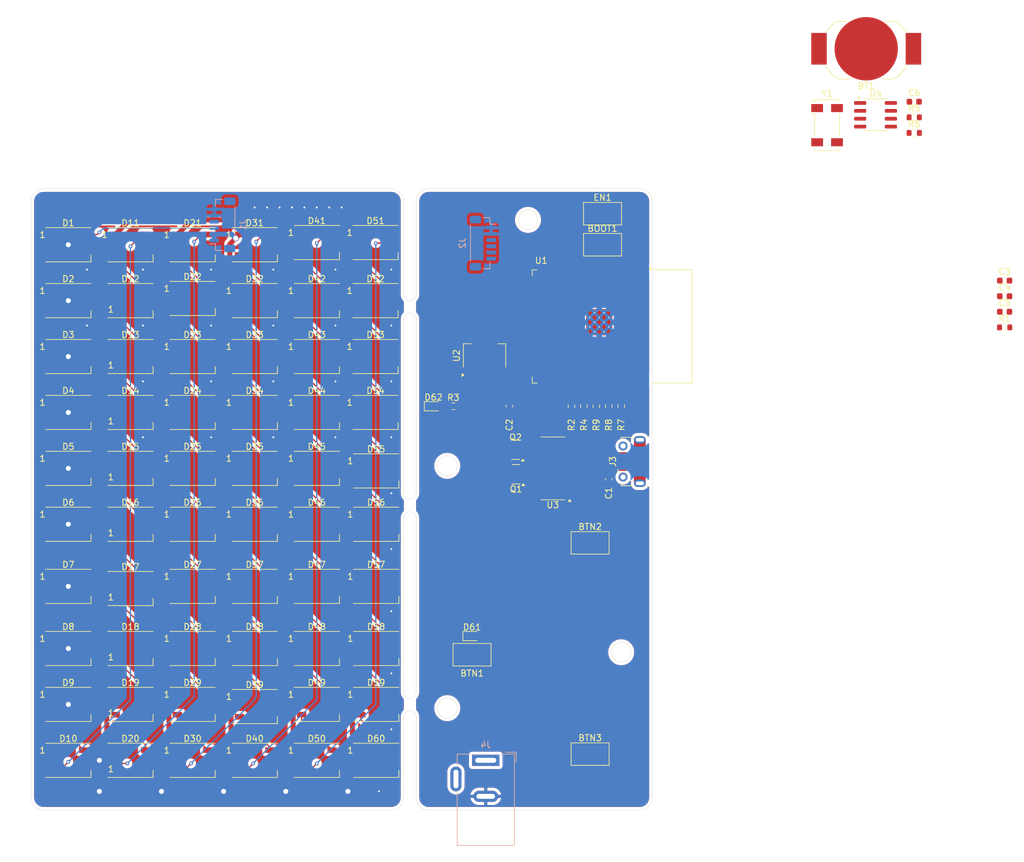
<source format=kicad_pcb>
(kicad_pcb (version 20240108) (generator "pcbnew") (generator_version "8.0")
  (layers (0 "F.Cu" signal) (31 "B.Cu" signal) (34 "B.Paste" user) (35 "F.Paste" user) (36 "B.SilkS" user "B.Silkscreen") (37 "F.SilkS" user "F.Silkscreen") (38 "B.Mask" user) (39 "F.Mask" user) (44 "Edge.Cuts" user))
  (net 0 "")
  (net 1 "Net-(D1-DOUT)")
  (net 2 "Net-(D1-DIN)")
  (net 3 "GND")
  (net 4 "+5V")
  (net 5 "Net-(D2-DOUT)")
  (net 6 "Net-(D3-DOUT)")
  (net 7 "Net-(D4-DOUT)")
  (net 8 "Net-(D5-DOUT)")
  (net 9 "Net-(D6-DOUT)")
  (net 10 "Net-(D7-DOUT)")
  (net 11 "Net-(D8-DOUT)")
  (net 12 "Net-(D10-DIN)")
  (net 13 "Net-(D10-DOUT)")
  (net 14 "Net-(D11-DOUT)")
  (net 15 "Net-(D12-DOUT)")
  (net 16 "Net-(D13-DOUT)")
  (net 17 "Net-(D14-DOUT)")
  (net 18 "Net-(D15-DOUT)")
  (net 19 "Net-(D16-DOUT)")
  (net 20 "Net-(D17-DOUT)")
  (net 21 "Net-(D18-DOUT)")
  (net 22 "Net-(D19-DOUT)")
  (net 23 "Net-(D20-DOUT)")
  (net 24 "Net-(D21-DOUT)")
  (net 25 "Net-(D22-DOUT)")
  (net 26 "Net-(D23-DOUT)")
  (net 27 "Net-(D24-DOUT)")
  (net 28 "Net-(D25-DOUT)")
  (net 29 "Net-(D26-DOUT)")
  (net 30 "Net-(D27-DOUT)")
  (net 31 "Net-(D28-DOUT)")
  (net 32 "Net-(D29-DOUT)")
  (net 33 "Net-(D30-DOUT)")
  (net 34 "Net-(D31-DOUT)")
  (net 35 "Net-(D32-DOUT)")
  (net 36 "Net-(D33-DOUT)")
  (net 37 "Net-(D34-DOUT)")
  (net 38 "Net-(D35-DOUT)")
  (net 39 "Net-(D36-DOUT)")
  (net 40 "Net-(D37-DOUT)")
  (net 41 "Net-(D38-DOUT)")
  (net 42 "Net-(D39-DOUT)")
  (net 43 "Net-(D40-DOUT)")
  (net 44 "Net-(D41-DOUT)")
  (net 45 "Net-(D42-DOUT)")
  (net 46 "Net-(D43-DOUT)")
  (net 47 "Net-(D44-DOUT)")
  (net 48 "Net-(D45-DOUT)")
  (net 49 "Net-(D46-DOUT)")
  (net 50 "Net-(D47-DOUT)")
  (net 51 "Net-(D48-DOUT)")
  (net 52 "Net-(D49-DOUT)")
  (net 53 "Net-(D50-DOUT)")
  (net 54 "Net-(D51-DOUT)")
  (net 55 "Net-(D52-DOUT)")
  (net 56 "Net-(D53-DOUT)")
  (net 58 "DIN")
  (net 60 "Net-(D54-DOUT)")
  (net 61 "Net-(D55-DOUT)")
  (net 62 "Net-(D56-DOUT)")
  (net 63 "Net-(D57-DOUT)")
  (net 64 "Net-(D58-DOUT)")
  (net 65 "Net-(D59-DOUT)")
  (net 67 "ESP32_IO0")
  (net 68 "+3V3")
  (net 69 "ESP32_EN")
  (net 70 "Net-(D61-A)")
  (net 71 "Net-(D62-A)")
  (net 72 "D+")
  (net 73 "D-")
  (net 74 "Net-(Q1-S)")
  (net 75 "Net-(Q1-G)")
  (net 76 "Net-(U1-IO12)")
  (net 77 "Net-(U1-IO13)")
  (net 81 "TX-PROG")
  (net 86 "RX-PROG")
  (net 110 "Net-(BT1-+)")
  (net 111 "VCC")
  (net 112 "SDA")
  (net 113 "SCL")
  (net 114 "Net-(U4-OSCI)")
  (net 116 "Net-(U4-OSCO)")
  (net 119 "BTN1")
  (net 120 "BTN2")
  (net 121 "BTN3")
  (footprint "Capacitor_SMD:C_0603_1608Metric" (layer "F.Cu") (at 206.73 69.795)
    (property "Reference" "C5")
    (property "Value" "C")
  )
  (footprint "LED_SMD:LED_WS2812B_PLCC4_5.0x5.0mm_P3.2mm" (layer "F.Cu") (at 96 124)
    (property "Reference" "D48")
    (property "Value" "WS2812B")
  )
  (footprint "LED_SMD:LED_WS2812B_PLCC4_5.0x5.0mm_P3.2mm" (layer "F.Cu") (at 96 58.65)
    (property "Reference" "D41")
    (property "Value" "WS2812B")
  )
  (footprint "Package_TO_SOT_SMD:SOT-23" (layer "F.Cu") (at 128.0625 95.95 180)
    (property "Reference" "Q1")
    (property "Value" "BSS138")
  )
  (footprint "Crystal:Crystal_SMD_Abracon_ABS25-4Pin_8.0x3.8mm" (layer "F.Cu") (at 178.145 39.75)
    (property "Reference" "Y1")
    (property "Value" "ABS2532768KHZ6T")
  )
  (footprint "LED_SMD:LED_WS2812B_PLCC4_5.0x5.0mm_P3.2mm" (layer "F.Cu") (at 105.55 95.41)
    (property "Reference" "D55")
    (property "Value" "WS2812B")
  )
  (footprint "Connector_USB:USB_Micro-B_Molex-105017-0001" (layer "F.Cu") (at 146.7625 93.9 90)
    (property "Reference" "J3")
    (property "Value" "USB_B_Micro")
  )
  (footprint "Capacitor_SMD:C_0603_1608Metric" (layer "F.Cu") (at 192.175 35.98)
    (property "Reference" "C6")
    (property "Value" "C_Small")
  )
  (footprint "LED_SMD:LED_WS2812B_PLCC4_5.0x5.0mm_P3.2mm" (layer "F.Cu") (at 66 133)
    (property "Reference" "D19")
    (property "Value" "WS2812B")
  )
  (footprint "LED_SMD:LED_WS2812B_PLCC4_5.0x5.0mm_P3.2mm" (layer "F.Cu") (at 86 142)
    (property "Reference" "D40")
    (property "Value" "WS2812B")
  )
  (footprint "Resistor_SMD:R_0603_1608Metric" (layer "F.Cu") (at 145 85 -90)
    (property "Reference" "R7")
    (property "Value" "R_Small")
  )
  (footprint "LED_SMD:LED_WS2812B_PLCC4_5.0x5.0mm_P3.2mm" (layer "F.Cu") (at 96 104)
    (property "Reference" "D46")
    (property "Value" "WS2812B")
  )
  (footprint "LED_SMD:LED_WS2812B_PLCC4_5.0x5.0mm_P3.2mm" (layer "F.Cu") (at 86 68)
    (property "Reference" "D32")
    (property "Value" "WS2812B")
  )
  (footprint "Resistor_SMD:R_0603_1608Metric" (layer "F.Cu") (at 137 85 90)
    (property "Reference" "R2")
    (property "Value" "R_Small")
  )
  (footprint "Resistor_SMD:R_0603_1608Metric" (layer "F.Cu") (at 141 85 -90)
    (property "Reference" "R9")
    (property "Value" "R_Small")
  )
  (footprint "LED_SMD:LED_WS2812B_PLCC4_5.0x5.0mm_P3.2mm" (layer "F.Cu") (at 66 59)
    (property "Reference" "D11")
    (property "Value" "WS2812B")
  )
  (footprint "LED_SMD:LED_WS2812B_PLCC4_5.0x5.0mm_P3.2mm" (layer "F.Cu") (at 66 104)
    (property "Reference" "D16")
    (property "Value" "WS2812B")
  )
  (footprint "LED_SMD:LED_WS2812B_PLCC4_5.0x5.0mm_P3.2mm" (layer "F.Cu") (at 96 77)
    (property "Reference" "D43")
    (property "Value" "WS2812B")
  )
  (footprint "Button_Switch_SMD:SW_SPST_FSMSM" (layer "F.Cu") (at 121 125)
    (property "Reference" "BTN1")
    (property "Value" "SW_Push")
  )
  (footprint "LED_SMD:LED_WS2812B_PLCC4_5.0x5.0mm_P3.2mm" (layer "F.Cu") (at 66 86)
    (property "Reference" "D14")
    (property "Value" "WS2812B")
  )
  (footprint "LED_SMD:LED_WS2812B_PLCC4_5.0x5.0mm_P3.2mm" (layer "F.Cu") (at 76 114)
    (property "Reference" "D27")
    (property "Value" "WS2812B")
  )
  (footprint "LED_SMD:LED_WS2812B_PLCC4_5.0x5.0mm_P3.2mm" (layer "F.Cu") (at 76 104)
    (property "Reference" "D26")
    (property "Value" "WS2812B")
  )
  (footprint "LED_SMD:LED_WS2812B_PLCC4_5.0x5.0mm_P3.2mm" (layer "F.Cu") (at 56 77)
    (property "Reference" "D3")
    (property "Value" "WS2812B")
  )
  (footprint "Resistor_SMD:R_0603_1608Metric" (layer "F.Cu") (at 143 85 -90)
    (property "Reference" "R8")
    (property "Value" "R_Small")
  )
  (footprint "Button_Switch_SMD:SW_SPST_FSMSM" (layer "F.Cu") (at 140 141)
    (property "Reference" "BTN3")
    (property "Value" "SW_Push")
  )
  (footprint "LED_SMD:LED_WS2812B_PLCC4_5.0x5.0mm_P3.2mm" (layer "F.Cu") (at 86 124)
    (property "Reference" "D38")
    (property "Value" "WS2812B")
  )
  (footprint "Package_SO:SOIC-8_3.9x4.9mm_P1.27mm" (layer "F.Cu") (at 185.945 38.08)
    (property "Reference" "U4")
    (property "Value" "PCF8523T")
  )
  (footprint "Resistor_SMD:R_0603_1608Metric" (layer "F.Cu") (at 192.175 41)
    (property "Reference" "R6")
    (property "Value" "R_Small")
  )
  (footprint "LED_SMD:LED_0603_1608Metric" (layer "F.Cu") (at 121 122)
    (property "Reference" "D61")
    (property "Value" "LED")
  )
  (footprint "LED_SMD:LED_WS2812B_PLCC4_5.0x5.0mm_P3.2mm" (layer "F.Cu") (at 66 95)
    (property "Reference" "D15")
    (property "Value" "WS2812B")
  )
  (footprint "LED_SMD:LED_WS2812B_PLCC4_5.0x5.0mm_P3.2mm" (layer "F.Cu") (at 105.55 124)
    (property "Reference" "D58")
    (property "Value" "WS2812B")
  )
  (footprint "LED_SMD:LED_WS2812B_PLCC4_5.0x5.0mm_P3.2mm" (layer "F.Cu") (at 56 114)
    (property "Reference" "D7")
    (property "Value" "WS2812B")
  )
  (footprint "LED_SMD:LED_WS2812B_PLCC4_5.0x5.0mm_P3.2mm" (layer "F.Cu") (at 56 59)
    (property "Reference" "D1")
    (property "Value" "WS2812B")
  )
  (footprint "LED_SMD:LED_WS2812B_PLCC4_5.0x5.0mm_P3.2mm" (layer "F.Cu") (at 66 124)
    (property "Reference" "D18")
    (property "Value" "WS2812B")
  )
  (footprint "LED_SMD:LED_WS2812B_PLCC4_5.0x5.0mm_P3.2mm" (layer "F.Cu") (at 76 124)
    (property "Reference" "D28")
    (property "Value" "WS2812B")
  )
  (footprint "LED_SMD:LED_WS2812B_PLCC4_5.0x5.0mm_P3.2mm" (layer "F.Cu") (at 96 142)
    (property "Reference" "D50")
    (property "Value" "WS2812B")
  )
  (footprint "Capacitor_SMD:C_0603_1608Metric" (layer "F.Cu") (at 206.73 64.775)
    (property "Reference" "C3")
    (property "Value" "C")
  )
  (footprint "Button_Switch_SMD:SW_SPST_FSMSM" (layer "F.Cu") (at 140 107)
    (property "Reference" "BTN2")
    (property "Value" "SW_Push")
  )
  (footprint "LED_SMD:LED_WS2812B_PLCC4_5.0x5.0mm_P3.2mm" (layer "F.Cu") (at 86 114)
    (property "Reference" "D37")
    (property "Value" "WS2812B")
  )
  (footprint "LED_SMD:LED_WS2812B_PLCC4_5.0x5.0mm_P3.2mm" (layer "F.Cu") (at 76 133)
    (property "Reference" "D29")
    (property "Value" "WS2812B")
  )
  (footprint "LED_SMD:LED_WS2812B_PLCC4_5.0x5.0mm_P3.2mm" (layer "F.Cu") (at 76 59)
    (property "Reference" "D21")
    (property "Value" "WS2812B")
  )
  (footprint "Button_Switch_SMD:SW_SPST_FSMSM" (layer "F.Cu") (at 142 54)
    (property "Reference" "EN1")
    (property "Value" "SW_Push")
  )
  (footprint "Resistor_SMD:R_0603_1608Metric" (layer "F.Cu") (at 139 85 90)
    (property "Reference" "R4")
    (property "Value" "R_Small")
  )
  (footprint "Capacitor_SMD:C_0603_1608Metric" (layer "F.Cu") (at 127 85 90)
    (property "Reference" "C2")
    (property "Value" "C")
  )
  (footprint "Capacitor_SMD:C_0603_1608Metric" (layer "F.Cu") (at 143 96.775 -90)
    (property "Reference" "C1")
    (property "Value" "C")
  )
  (footprint "Package_TO_SOT_SMD:SOT-223-3_TabPin2" (layer "F.Cu") (at 123 76.85 90)
    (property "Reference" "U2")
    (property "Value" "AMS1117-3.3")
  )
  (footprint "LED_SMD:LED_WS2812B_PLCC4_5.0x5.0mm_P3.2mm" (layer "F.Cu") (at 96 114)
    (property "Reference" "D47")
    (property "Value" "WS2812B")
  )
  (footprint "Battery:BatteryHolder_LINX_BAT-HLD-012-SMT" (layer "F.Cu") (at 184.445 27.45)
    (property "Reference" "BT1")
    (property "Value" "Battery_Cell")
  )
  (footprint "LED_SMD:LED_WS2812B_PLCC4_5.0x5.0mm_P3.2mm" (layer "F.Cu") (at 96 68)
    (property "Reference" "D42")
    (property "Value" "WS2812B")
  )
  (footprint "LED_SMD:LED_0603_1608Metric" (layer "F.Cu") (at 114.7875 85)
    (property "Reference" "D62")
    (property "Value" "LED")
  )
  (footprint "LED_SMD:LED_WS2812B_PLCC4_5.0x5.0mm_P3.2mm" (layer "F.Cu") (at 96 86)
    (property "Reference" "D44")
    (property "Value" "WS2812B")
  )
  (footprint "Button_Switch_SMD:SW_SPST_FSMSM" (layer "F.Cu") (at 142 59)
    (property "Reference" "BOOT1")
    (property "Value" "SW_Push")
  )
  (footprint "LED_SMD:LED_WS2812B_PLCC4_5.0x5.0mm_P3.2mm" (layer "F.Cu") (at 66 68)
    (property "Reference" "D12")
    (property "Value" "WS2812B")
  )
  (footprint "LED_SMD:LED_WS2812B_PLCC4_5.0x5.0mm_P3.2mm" (layer "F.Cu") (at 96 133)
    (property "Reference" "D49")
    (property "Value" "WS2812B")
  )
  (footprint "Package_SO:SOIC-16_3.9x9.9mm_P1.27mm" (layer "F.Cu") (at 134 95 180)
    (property "Reference" "U3")
    (property "Value" "CH340C")
  )
  (footprint "LED_SMD:LED_WS2812B_PLCC4_5.0x5.0mm_P3.2mm" (layer "F.Cu") (at 66 77)
    (property "Reference" "D13")
    (property "Value" "WS2812B")
  )
  (footprint "LED_SMD:LED_WS2812B_PLCC4_5.0x5.0mm_P3.2mm" (layer "F.Cu") (at 86 59)
    (property "Reference" "D31")
    (property "Value" "WS2812B")
  )
  (footprint "RF_Module:ESP32-WROOM-32" (layer "F.Cu") (at 140.565 72.155 -90)
    (property "Reference" "U1")
    (property "Value" "ESP32-WROOM-32")
  )
  (footprint "LED_SMD:LED_WS2812B_PLCC4_5.0x5.0mm_P3.2mm" (layer "F.Cu") (at 76 95)
    (property "Reference" "D25")
    (property "Value" "WS2812B")
  )
  (footprint "LED_SMD:LED_WS2812B_PLCC4_5.0x5.0mm_P3.2mm" (layer "F.Cu") (at 56 68)
    (property "Reference" "D2")
    (property "Value" "WS2812B")
  )
  (footprint "LED_SMD:LED_WS2812B_PLCC4_5.0x5.0mm_P3.2mm" (layer "F.Cu") (at 105.55 142)
    (property "Reference" "D60")
    (property "Value" "WS2812B")
  )
  (footprint "LED_SMD:LED_WS2812B_PLCC4_5.0x5.0mm_P3.2mm" (layer "F.Cu") (at 76 142)
    (property "Reference" "D30")
    (property "Value" "WS2812B")
  )
  (footprint "Resistor_SMD:R_0603_1608Metric" (layer "F.Cu") (at 118 85 180)
    (property "Reference" "R3")
    (property "Value" "R_Small")
  )
  (footprint "LED_SMD:LED_WS2812B_PLCC4_5.0x5.0mm_P3.2mm" (layer "F.Cu") (at 56 95)
    (property "Reference" "D5")
    (property "Value" "WS2812B")
  )
  (footprint "LED_SMD:LED_WS2812B_PLCC4_5.0x5.0mm_P3.2mm" (layer "F.Cu") (at 56 142)
    (property "Reference" "D10")
    (property "Value" "WS2812B")
  )
  (footprint "LED_SMD:LED_WS2812B_PLCC4_5.0x5.0mm_P3.2mm" (layer "F.Cu") (at 76 67.65)
    (property "Reference" "D22")
    (property "Value" "WS2812B")
  )
  (footprint "LED_SMD:LED_WS2812B_PLCC4_5.0x5.0mm_P3.2mm" (layer "F.Cu") (at 105.55 104)
    (property "Reference" "D56")
    (property "Value" "WS2812B")
  )
  (footprint "LED_SMD:LED_WS2812B_PLCC4_5.0x5.0mm_P3.2mm" (layer "F.Cu") (at 66 114.35)
    (property "Reference" "D17")
    (property "Value" "WS2812B")
  )
  (footprint "LED_SMD:LED_WS2812B_PLCC4_5.0x5.0mm_P3.2mm" (layer "F.Cu") (at 56 104)
    (property "Reference" "D6")
    (property "Value" "WS2812B")
  )
  (footprint "LED_SMD:LED_WS2812B_PLCC4_5.0x5.0mm_P3.2mm" (layer "F.Cu") (at 105.55 133)
    (property "Reference" "D59")
    (property "Value" "WS2812B")
  )
  (footprint "LED_SMD:LED_WS2812B_PLCC4_5.0x5.0mm_P3.2mm" (layer "F.Cu") (at 105.45 68)
    (property "Reference" "D52")
    (property "Value" "WS2812B")
  )
  (footprint "LED_SMD:LED_WS2812B_PLCC4_5.0x5.0mm_P3.2mm" (layer "F.Cu") (at 105.45 58.65)
    (property "Reference" "D51")
    (property "Value" "WS2812B")
  )
  (footprint "LED_SMD:LED_WS2812B_PLCC4_5.0x5.0mm_P3.2mm" (layer "F.Cu") (at 105.45 77)
    (property "Reference" "D53")
    (property "Value" "WS2812B")
  )
  (footprint "Package_TO_SOT_SMD:SOT-23" (layer "F.Cu") (at 128 92 180)
    (property "Reference" "Q2")
    (property "Value" "BSS138")
  )
  (footprint "LED_SMD:LED_WS2812B_PLCC4_5.0x5.0mm_P3.2mm" (layer "F.Cu") (at 105.55 114)
    (property "Reference" "D57")
    (property "Value" "WS2812B")
  )
  (footprint "LED_SMD:LED_WS2812B_PLCC4_5.0x5.0mm_P3.2mm" (layer "F.Cu") (at 56 133)
    (property "Reference" "D9")
    (property "Value" "WS2812B")
  )
  (footprint "LED_SMD:LED_WS2812B_PLCC4_5.0x5.0mm_P3.2mm" (layer "F.Cu") (at 56 124)
    (property "Reference" "D8")
    (property "Value" "WS2812B")
  )
  (footprint "Resistor_SMD:R_0603_1608Metric" (layer "F.Cu") (at 206.73 72.305)
    (property "Reference" "R1")
    (property "Value" "R_Small")
  )
  (footprint "Resistor_SMD:R_0603_1608Metric" (layer "F.Cu") (at 192.175 38.49)
    (property "Reference" "R5")
    (property "Value" "R_Small")
  )
  (footprint "LED_SMD:LED_WS2812B_PLCC4_5.0x5.0mm_P3.2mm" (layer "F.Cu") (at 86 86)
    (property "Reference" "D34")
    (property "Value" "WS2812B")
  )
  (footprint "LED_SMD:LED_WS2812B_PLCC4_5.0x5.0mm_P3.2mm" (layer "F.Cu") (at 86 95)
    (property "Reference" "D35")
    (property "Value" "WS2812B")
  )
  (footprint "LED_SMD:LED_WS2812B_PLCC4_5.0x5.0mm_P3.2mm" (layer "F.Cu") (at 86 104)
    (property "Reference" "D36")
    (property "Value" "WS2812B")
  )
  (footprint "LED_SMD:LED_WS2812B_PLCC4_5.0x5.0mm_P3.2mm" (layer "F.Cu") (at 56 86)
    (property "Reference" "D4")
    (property "Value" "WS2812B")
  )
  (footprint "LED_SMD:LED_WS2812B_PLCC4_5.0x5.0mm_P3.2mm" (layer "F.Cu") (at 86 77)
    (property "Reference" "D33")
    (property "Value" "WS2812B")
  )
  (footprint "LED_SMD:LED_WS2812B_PLCC4_5.0x5.0mm_P3.2mm" (layer "F.Cu") (at 76 77)
    (property "Reference" "D23")
    (property "Value" "WS2812B")
  )
  (footprint "LED_SMD:LED_WS2812B_PLCC4_5.0x5.0mm_P3.2mm" (layer "F.Cu") (at 66 142)
    (property "Reference" "D20")
    (property "Value" "WS2812B")
  )
  (footprint "LED_SMD:LED_WS2812B_PLCC4_5.0x5.0mm_P3.2mm" (layer "F.Cu") (at 86 133.35)
    (property "Reference" "D39")
    (property "Value" "WS2812B")
  )
  (footprint "LED_SMD:LED_WS2812B_PLCC4_5.0x5.0mm_P3.2mm" (layer "F.Cu") (at 76 86)
    (property "Reference" "D24")
    (property "Value" "WS2812B")
  )
  (footprint "Capacitor_SMD:C_0603_1608Metric" (layer "F.Cu") (at 206.73 67.285)
    (property "Reference" "C4")
    (property "Value" "C")
  )
  (footprint "LED_SMD:LED_WS2812B_PLCC4_5.0x5.0mm_P3.2mm" (layer "F.Cu") (at 96 95)
    (property "Reference" "D45")
    (property "Value" "WS2812B")
  )
  (footprint "LED_SMD:LED_WS2812B_PLCC4_5.0x5.0mm_P3.2mm" (layer "F.Cu") (at 105.45 86)
    (property "Reference" "D54")
    (property "Value" "WS2812B")
  )
  (footprint "Connector_JST:JST_SH_BM06B-SRSS-TB_1x06-1MP_P1.00mm_Vertical" (layer "B.Cu") (at 80.8 55.8 90)
    (property "Reference" "J1")
    (property "Value" "Conn_01x06")
  )
  (footprint "Connector_BarrelJack:BarrelJack_Wuerth_6941xx301002" (layer "B.Cu") (at 123.2 142 180)
    (property "Reference" "J4")
    (property "Value" "Barrel_Jack")
  )
  (footprint "Connector_JST:JST_SH_BM06B-SRSS-TB_1x06-1MP_P1.00mm_Vertical" (layer "B.Cu") (at 122.75 58.75 -90)
    (property "Reference" "J2")
    (property "Value" "Conn_01x06")
  )
  (gr_arc (start 112 99) (mid 111 100) (end 110 99) (stroke (width 0.05)) (layer "Edge.Cuts"))
  (gr_circle (center 117 94.6) (end 118.6 94.6) (stroke (width 0.05)) (fill none) (layer "Edge.Cuts"))
  (gr_circle (center 145 124.6) (end 146.6 124.6) (stroke (width 0.05)) (fill none) (layer "Edge.Cuts"))
  (gr_circle (center 130 55) (end 131.6 55) (stroke (width 0.05)) (fill none) (layer "Edge.Cuts"))
  (gr_line (start 150 148) (end 150 52) (stroke (width 0.05)) (layer "Edge.Cuts"))
  (gr_arc (start 52 150) (mid 50.585786 149.414214) (end 50 148) (stroke (width 0.05)) (layer "Edge.Cuts"))
  (gr_line (start 112 103) (end 112 131) (stroke (width 0.05)) (layer "Edge.Cuts"))
  (gr_circle (center 117 133.6) (end 118.6 133.6) (stroke (width 0.05)) (fill none) (layer "Edge.Cuts"))
  (gr_arc (start 148 50) (mid 149.414214 50.585786) (end 150 52) (stroke (width 0.05)) (layer "Edge.Cuts"))
  (gr_arc (start 112 67) (mid 111 68) (end 110 67) (stroke (width 0.05)) (layer "Edge.Cuts"))
  (gr_line (start 148 50) (end 114 50) (stroke (width 0.05)) (layer "Edge.Cuts"))
  (gr_line (start 112 67) (end 112 52) (stroke (width 0.05)) (layer "Edge.Cuts"))
  (gr_arc (start 110 148) (mid 109.414214 149.414214) (end 108 150) (stroke (width 0.05)) (layer "Edge.Cuts"))
  (gr_arc (start 112 52) (mid 112.585786 50.585786) (end 114 50) (stroke (width 0.05)) (layer "Edge.Cuts"))
  (gr_arc (start 150 148) (mid 149.414214 149.414214) (end 148 150) (stroke (width 0.05)) (layer "Edge.Cuts"))
  (gr_line (start 148 150) (end 114 150) (stroke (width 0.05)) (layer "Edge.Cuts"))
  (gr_line (start 108 150) (end 52 150) (stroke (width 0.05)) (layer "Edge.Cuts"))
  (gr_arc (start 50 52) (mid 50.585786 50.585786) (end 52 50) (stroke (width 0.05)) (layer "Edge.Cuts"))
  (gr_line (start 110 103) (end 110 131) (stroke (width 0.05)) (layer "Edge.Cuts"))
  (gr_arc (start 114 150) (mid 112.585786 149.414214) (end 112 148) (stroke (width 0.05)) (layer "Edge.Cuts"))
  (gr_arc (start 112 131) (mid 111 132) (end 110 131) (stroke (width 0.05)) (layer "Edge.Cuts"))
  (gr_line (start 110 148) (end 110 135) (stroke (width 0.05)) (layer "Edge.Cuts"))
  (gr_line (start 112 135) (end 112 148) (stroke (width 0.05)) (layer "Edge.Cuts"))
  (gr_arc (start 110 103) (mid 111 102) (end 112 103) (stroke (width 0.05)) (layer "Edge.Cuts"))
  (gr_arc (start 110 71) (mid 111 70) (end 112 71) (stroke (width 0.05)) (layer "Edge.Cuts"))
  (gr_line (start 110 71) (end 110 99) (stroke (width 0.05)) (layer "Edge.Cuts"))
  (gr_line (start 110 52) (end 110 67) (stroke (width 0.05)) (layer "Edge.Cuts"))
  (gr_arc (start 110 135) (mid 111 134) (end 112 135) (stroke (width 0.05)) (layer "Edge.Cuts"))
  (gr_line (start 112 71) (end 112 99) (stroke (width 0.05)) (layer "Edge.Cuts"))
  (gr_arc (start 108 50) (mid 109.414214 50.585786) (end 110 52) (stroke (width 0.05)) (layer "Edge.Cuts"))
  (gr_line (start 50 148) (end 50 52) (stroke (width 0.05)) (layer "Edge.Cuts"))
  (gr_line (start 52 50) (end 108 50) (stroke (width 0.05)) (layer "Edge.Cuts"))
  (segment (start 53.55 60.65) (end 53.55 61.45) (width 0.2) (layer "F.Cu") (net 1))
  (segment (start 53.55 61.45) (end 58.45 66.35) (width 0.2) (layer "F.Cu") (net 1))
  (segment (start 60.65 57.35) (end 61 57) (width 0.2) (layer "F.Cu") (net 2))
  (segment (start 58.45 57.35) (end 60.65 57.35) (width 0.2) (layer "F.Cu") (net 2))
  (via (at 61 57) (size 0.6) (drill 0.3) (layers "F.Cu" "B.Cu") (net 2))
  (segment (start 61 57) (end 61.7 56.3) (width 0.2) (layer "B.Cu") (net 2))
  (segment (start 61.7 56.3) (end 79.475 56.3) (width 0.2) (layer "B.Cu") (net 2))
  (via (at 56 68) (size 1) (drill 0.8) (layers "F.Cu" "B.Cu") (net 3))
  (via (at 81 147) (size 1) (drill 0.8) (layers "F.Cu" "B.Cu") (net 3))
  (via (at 88 53) (size 0.6) (drill 0.3) (layers "F.Cu" "B.Cu") (net 3))
  (via (at 68 63) (size 0.6) (drill 0.3) (layers "F.Cu" "B.Cu") (net 3))
  (via (at 94 53) (size 0.6) (drill 0.3) (layers "F.Cu" "B.Cu") (net 3))
  (via (at 89 90) (size 0.6) (drill 0.3) (layers "F.Cu" "B.Cu") (net 3))
  (via (at 56 104) (size 1) (drill 0.8) (layers "F.Cu" "B.Cu") (net 3))
  (via (at 89 81) (size 0.6) (drill 0.3) (layers "F.Cu" "B.Cu") (net 3))
  (via (at 56 114) (size 1) (drill 0.8) (layers "F.Cu" "B.Cu") (net 3))
  (via (at 79 63) (size 0.6) (drill 0.3) (layers "F.Cu" "B.Cu") (net 3))
  (via (at 89 72) (size 0.6) (drill 0.3) (layers "F.Cu" "B.Cu") (net 3))
  (via (at 61 142) (size 1) (drill 0.8) (layers "F.Cu" "B.Cu") (net 3))
  (via (at 56 95) (size 1) (drill 0.8) (layers "F.Cu" "B.Cu") (net 3))
  (via (at 106 147) (size 0.6) (drill 0.3) (layers "F.Cu" "B.Cu") (net 3))
  (via (at 96 53) (size 0.6) (drill 0.3) (layers "F.Cu" "B.Cu") (net 3))
  (via (at 99 72) (size 0.6) (drill 0.3) (layers "F.Cu" "B.Cu") (net 3))
  (via (at 59 63) (size 0.6) (drill 0.3) (layers "F.Cu" "B.Cu") (net 3))
  (via (at 108 90) (size 0.6) (drill 0.3) (layers "F.Cu" "B.Cu") (net 3))
  (via (at 59 72) (size 0.6) (drill 0.3) (layers "F.Cu" "B.Cu") (net 3))
  (via (at 61 147) (size 1) (drill 0.8) (layers "F.Cu" "B.Cu") (net 3))
  (via (at 79 72) (size 0.6) (drill 0.3) (layers "F.Cu" "B.Cu") (net 3))
  (via (at 71 147) (size 1) (drill 0.8) (layers "F.Cu" "B.Cu") (net 3))
  (via (at 99 81) (size 0.6) (drill 0.3) (layers "F.Cu" "B.Cu") (net 3))
  (via (at 108 72) (size 0.6) (drill 0.3) (layers "F.Cu" "B.Cu") (net 3))
  (via (at 56 86) (size 1) (drill 0.8) (layers "F.Cu" "B.Cu") (net 3))
  (via (at 56 124) (size 1) (drill 0.8) (layers "F.Cu" "B.Cu") (net 3))
  (via (at 68 72) (size 0.6) (drill 0.3) (layers "F.Cu" "B.Cu") (net 3))
  (via (at 108 63) (size 0.6) (drill 0.3) (layers "F.Cu" "B.Cu") (net 3))
  (via (at 108 137) (size 0.6) (drill 0.3) (layers "F.Cu" "B.Cu") (net 3))
  (via (at 79 90) (size 0.6) (drill 0.3) (layers "F.Cu" "B.Cu") (net 3))
  (via (at 86 53) (size 0.6) (drill 0.3) (layers "F.Cu" "B.Cu") (net 3))
  (via (at 56 77) (size 1) (drill 0.8) (layers "F.Cu" "B.Cu") (net 3))
  (via (at 108 118) (size 0.6) (drill 0.3) (layers "F.Cu" "B.Cu") (net 3))
  (via (at 99 63) (size 0.6) (drill 0.3) (layers "F.Cu" "B.Cu") (net 3))
  (via (at 108 108) (size 0.6) (drill 0.3) (layers "F.Cu" "B.Cu") (net 3))
  (via (at 68 81) (size 0.6) (drill 0.3) (layers "F.Cu" "B.Cu") (net 3))
  (via (at 92 53) (size 0.6) (drill 0.3) (layers "F.Cu" "B.Cu") (net 3))
  (via (at 101 147) (size 1) (drill 0.8) (layers "F.Cu" "B.Cu") (net 3))
  (via (at 56 133) (size 1) (drill 0.8) (layers "F.Cu" "B.Cu") (net 3))
  (via (at 91 147) (size 1) (drill 0.8) (layers "F.Cu" "B.Cu") (net 3))
  (via (at 98 53) (size 0.6) (drill 0.3) (layers "F.Cu" "B.Cu") (net 3))
  (via (at 108 81) (size 0.6) (drill 0.3) (layers "F.Cu" "B.Cu") (net 3))
  (via (at 68 90) (size 0.6) (drill 0.3) (layers "F.Cu" "B.Cu") (net 3))
  (via (at 90 53) (size 0.6) (drill 0.3) (layers "F.Cu" "B.Cu") (net 3))
  (via (at 108 128) (size 0.6) (drill 0.3) (layers "F.Cu" "B.Cu") (net 3))
  (via (at 56 59) (size 1) (drill 0.8) (layers "F.Cu" "B.Cu") (net 3))
  (via (at 89 63) (size 0.6) (drill 0.3) (layers "F.Cu" "B.Cu") (net 3))
  (via (at 99 90) (size 0.6) (drill 0.3) (layers "F.Cu" "B.Cu") (net 3))
  (via (at 100 53) (size 0.6) (drill 0.3) (layers "F.Cu" "B.Cu") (net 3))
  (via (at 108 99) (size 0.6) (drill 0.3) (layers "F.Cu" "B.Cu") (net 3))
  (via (at 79 81) (size 0.6) (drill 0.3) (layers "F.Cu" "B.Cu") (net 3))
  (segment (start 82 58.9) (end 82 64.8) (width 0.8) (layer "F.Cu") (net 4))
  (segment (start 52.2 132.7) (end 53.55 131.35) (width 0.8) (layer "F.Cu") (net 4))
  (segment (start 83.25 132) (end 83.55 131.7) (width 0.8) (layer "F.Cu") (net 4))
  (segment (start 52.2 113.7) (end 53.55 112.35) (width 0.8) (layer "F.Cu") (net 4))
  (segment (start 52.2 121) (end 52.2 113.7) (width 0.8) (layer "F.Cu") (net 4))
  (segment (start 93.55 93.35) (end 92.2 92) (width 0.8) (layer "F.Cu") (net 4))
  (segment (start 62.2 121) (end 62.2 114.05) (width 0.8) (layer "F.Cu") (net 4))
  (segment (start 101.65 58.35) (end 103 57) (width 0.8) (layer "F.Cu") (net 4))
  (segment (start 103.1 130.85) (end 101.75 129.5) (width 0.8) (layer "F.Cu") (net 4))
  (segment (start 73.55 57.35) (end 72.2 58.7) (width 0.8) (layer "F.Cu") (net 4))
  (segment (start 93.55 57) (end 91.55 55) (width 0.8) (layer "F.Cu") (net 4))
  (segment (start 82.95 57.95) (end 82 58.9) (width 0.8) (layer "F.Cu") (net 4))
  (segment (start 72.2 132.7) (end 73.55 131.35) (width 0.8) (layer "F.Cu") (net 4))
  (segment (start 52.2 94.7) (end 53.55 93.35) (width 0.8) (layer "F.Cu") (net 4))
  (segment (start 73.55 57.35) (end 75.9 55) (width 0.8) (layer "F.Cu") (net 4))
  (segment (start 83.55 102.35) (end 82.2 103.7) (width 0.8) (layer "F.Cu") (net 4))
  (segment (start 52.2 67.7) (end 52.2 74) (width 0.8) (layer "F.Cu") (net 4))
  (segment (start 73.25 131.35) (end 72 130.1) (width 0.8) (layer "F.Cu") (net 4))
  (segment (start 52.2 130) (end 52.2 123.7) (width 0.8) (layer "F.Cu") (net 4))
  (segment (start 73.55 93.35) (end 72.2 92) (width 0.8) (layer "F.Cu") (net 4))
  (segment (start 53.55 131.35) (end 52.2 130) (width 0.8) (layer "F.Cu") (net 4))
  (segment (start 93.55 102.35) (end 92.2 101) (width 0.8) (layer "F.Cu") (net 4))
  (segment (start 103.1 112.35) (end 101.75 111) (width 0.8) (layer "F.Cu") (net 4))
  (segment (start 62.2 67.7) (end 62.2 74) (width 0.8) (layer "F.Cu") (net 4))
  (segment (start 101.65 83) (end 101.65 76.7) (width 0.8) (layer "F.Cu") (net 4))
  (segment (start 93.55 57) (end 92.2 58.35) (width 0.8) (layer "F.Cu") (net 4))
  (segment (start 52.2 111) (end 52.2 103.7) (width 0.8) (layer "F.Cu") (net 4))
  (segment (start 73.55 140.35) (end 72.2 139) (width 0.8) (layer "F.Cu") (net 4))
  (segment (start 101.65 74) (end 101.65 67.7) (width 0.8) (layer "F.Cu") (net 4))
  (segment (start 101.75 95.11) (end 103.1 93.76) (width 0.8) (layer "F.Cu") (net 4))
  (segment (start 52.2 139) (end 52.2 132.7) (width 0.8) (layer "F.Cu") (net 4))
  (segment (start 83.55 66.35) (end 82.2 67.7) (width 0.8) (layer "F.Cu") (net 4))
  (segment (start 62.2 130) (end 62.2 123.7) (width 0.8) (layer "F.Cu") (net 4))
  (segment (start 82.2 67.7) (end 82.2 74) (width 0.8) (layer "F.Cu") (net 4))
  (segment (start 92.2 101) (end 92.2 94.7) (width 0.8) (layer "F.Cu") (net 4))
  (segment (start 83.55 84.35) (end 82.2 85.7) (width 0.8) (layer "F.Cu") (net 4))
  (segment (start 82.2 133.05) (end 83.25 132) (width 0.8) (layer "F.Cu") (net 4))
  (segment (start 93.55 122.35) (end 92.2 121) (width 0.8) (layer "F.Cu") (net 4))
  (segment (start 52.2 123.7) (end 53.55 122.35) (width 0.8) (layer "F.Cu") (net 4))
  (segment (start 101.75 123.7) (end 103.1 122.35) (width 0.8) (layer "F.Cu") (net 4))
  (segment (start 101.75 103.7) (end 103.1 102.35) (width 0.8) (layer "F.Cu") (net 4))
  (segment (start 83.55 75.35) (end 82.2 76.7) (width 0.8) (layer "F.Cu") (net 4))
  (segment (start 101.75 101) (end 101.75 95.11) (width 0.8) (layer "F.Cu") (net 4))
  (segment (start 53.55 93.35) (end 52.2 92) (width 0.8) (layer "F.Cu") (net 4))
  (segment (start 63.55 93.35) (end 62.2 94.7) (width 0.8) (layer "F.Cu") (net 4))
  (segment (start 92 103.9) (end 93.55 102.35) (width 0.8) (layer "F.Cu") (net 4))
  (segment (start 62.2 58.7) (end 62.2 65) (width 0.8) (layer "F.Cu") (net 4))
  (segment (start 63.55 57.35) (end 65.9 55) (width 0.8) (layer "F.Cu") (net 4))
  (segment (start 55.9 55) (end 65.9 55) (width 0.8) (layer "F.Cu") (net 4))
  (segment (start 63.55 57.35) (end 62.2 58.7) (width 0.8) (layer "F.Cu") (net 4))
  (segment (start 62.2 139) (end 62.2 132.7) (width 0.8) (layer "F.Cu") (net 4))
  (segment (start 72.2 64.65) (end 73.55 66) (width 0.8) (layer "F.Cu") (net 4))
  (segment (start 92.2 83) (end 93.55 84.35) (width 0.8) (layer "F.Cu") (net 4))
  (segment (start 73.55 84.35) (end 72 82.8) (width 0.8) (layer "F.Cu") (net 4))
  (segment (start 101.75 129.5) (end 101.75 123.7) (width 0.8) (layer "F.Cu") (net 4))
  (segment (start 92.2 58.35) (end 92.2 65) (width 0.8) (layer "F.Cu") (net 4))
  (segment (start 82.2 103.7) (end 82.2 111) (width 0.8) (layer "F.Cu") (net 4))
  (segment (start 52.2 65) (end 53.55 66.35) (width 0.8) (layer "F.Cu") (net 4))
  (segment (start 52.2 101) (end 52.2 94.7) (width 0.8) (layer "F.Cu") (net 4))
  (segment (start 92.2 139) (end 92.2 132.7) (width 0.8) (layer "F.Cu") (net 4))
  (segment (start 93.55 131.35) (end 92 129.8) (width 0.8) (layer "F.Cu") (net 4))
  (segment (start 72 121.1) (end 72 113.9) (width 0.8) (layer "F.Cu") (net 4))
  (segment (start 62.2 111.35) (end 62.2 103.7) (width 0.8) (layer "F.Cu") (net 4))
  (segment (start 82.2 113.7) (end 82.2 121) (width 0.8) (layer "F.Cu") (net 4))
  (segment (start 82.2 85.7) (end 82.2 92) (width 0.8) (layer "F.Cu") (net 4))
  (segment (start 62.2 114.05) (end 63.55 112.7) (width 0.8) (layer "F.Cu") (net 4))
  (segment (start 93.25 112.35) (end 92 111.1) (width 0.8) (layer "F.Cu") (net 4))
  (segment (start 73.55 122.35) (end 73.25 122.35) (width 0.8) (layer "F.Cu") (net 4))
  (segment (start 93.55 66.35) (end 92.2 67.7) (width 0.8) (layer "F.Cu") (net 4))
  (segment (start 52.2 83) (end 53.55 84.35) (width 0.8) (layer "F.Cu") (net 4))
  (segment (start 63.55 75.35) (end 62.2 76.7) (width 0.8) (layer "F.Cu") (net 4))
  (segment (start 72.2 101) (end 72.2 94.7) (width 0.8) (layer "F.Cu") (net 4))
  (segment (start 82.2 74) (end 83.55 75.35) (width 0.8) (layer "F.Cu") (net 4))
  (segment (start 101.75 132.7) (end 103.1 131.35) (width 0.8) (layer "F.Cu") (net 4))
  (segment (start 92.2 92) (end 92.2 85.7) (width 0.8) (layer "F.Cu") (net 4))
  (segment (start 72.2 67.35) (end 72.2 74) (width 0.8) (layer "F.Cu") (net 4))
  (segment (start 72.2 139) (end 72.2 132.7) (width 0.8) (layer "F.Cu") (net 4))
  (segment (start 82.2 111) (end 83.55 112.35) (width 0.8) (layer "F.Cu") (net 4))
  (segment (start 62.2 76.7) (end 62.2 83) (width 0.8) (layer "F.Cu") (net 4))
  (segment (start 83.55 112.35) (end 82.2 113.7) (width 0.8) (layer "F.Cu") (net 4))
  (segment (start 92.2 76.7) (end 92.2 83) (width 0.8) (layer "F.Cu") (net 4))
  (segment (start 72.2 92) (end 72.2 85.7) (width 0.8) (layer "F.Cu") (net 4))
  (segment (start 83.55 57.35) (end 82.95 57.95) (width 0.8) (layer "F.Cu") (net 4))
  (segment (start 62.2 83) (end 63.55 84.35) (width 0.8) (layer "F.Cu") (net 4))
  (segment (start 62.2 101) (end 63.55 102.35) (width 0.8) (layer "F.Cu") (net 4))
  (segment (start 52.2 58.7) (end 52.2 65) (width 0.8) (layer "F.Cu") (net 4))
  (segment (start 62.2 92) (end 63.55 93.35) (width 0.8) (layer "F.Cu") (net 4))
  (segment (start 93.55 112.35) (end 93.25 112.35) (width 0.8) (layer "F.Cu") (net 4))
  (segment (start 73.55 112.35) (end 72.2 111) (width 0.8) (layer "F.Cu") (net 4))
  (segment (start 62.2 103.7) (end 63.55 102.35) (width 0.8) (layer "F.Cu") (net 4))
  (segment (start 72.2 111) (end 72.2 103.7) (width 0.8) (layer "F.Cu") (net 4))
  (segment (start 92.2 67.7) (end 92.2 74) (width 0.8) (layer "F.Cu") (net 4))
  (segment (start 103.1 122.35) (end 101.55 120.8) (width 0.8) (layer "F.Cu") (net 4))
  (segment (start 92.2 113.7) (end 93.55 112.35) (width 0.8) (layer "F.Cu") (net 4))
  (segment (start 72 82.8) (end 72 76.9) (width 0.8) (layer "F.Cu") (net 4))
  (segment (start 92.2 94.7) (end 93.55 93.35) (width 0.8) (layer "F.Cu") (net 4))
  (segment (start 72.2 58.7) (end 72.2 64.65) (width 0.8) (layer "F.Cu") (net 4))
  (segment (start 72.2 103.7) (end 73.55 102.35) (width 0.8) (layer "F.Cu") (net 4))
  (segment (start 82 64.8) (end 83.55 66.35) (width 0.8) (layer "F.Cu") (net 4))
  (segment (start 93.55 140.35) (end 92.2 139) (width 0.8) (layer "F.Cu") (net 4))
  (segment (start 92 129.8) (end 92 123.9) (width 0.8) (layer "F.Cu") (net 4))
  (segment (start 72.2 74) (end 73.55 75.35) (width 0.8) (layer "F.Cu") (net 4))
  (segment (start 103.1 102.35) (end 101.75 101) (width 0.8) (layer "F.Cu") (net 4))
  (segment (start 63.55 66.35) (end 62.2 67.7) (width 0.8) (layer "F.Cu") (net 4))
  (segment (start 62.2 65) (end 63.55 66.35) (width 0.8) (layer "F.Cu") (net 4))
  (segment (start 62.2 132.7) (end 63.55 131.35) (width 0.8) (layer "F.Cu") (net 4))
  (segment (start 53.55 122.35) (end 52.2 121) (width 0.8) (layer "F.Cu") (net 4))
  (segment (start 72 123.9) (end 73.55 122.35) (width 0.8) (layer "F.Cu") (net 4))
  (segment (start 62.2 94.7) (end 62.2 101) (width 0.8) (layer "F.Cu") (net 4))
  (segment (start 82.2 123.7) (end 82.2 130.95) (width 0.8) (layer "F.Cu") (net 4))
  (segment (start 101.55 85.8) (end 103 84.35) (width 0.8) (layer "F.Cu") (net 4))
  (segment (start 103 57) (end 101 55) (width 0.8) (layer "F.Cu") (net 4))
  (segment (start 85.9 55) (end 83.55 57.35) (width 0.8) (layer "F.Cu") (net 4))
  (segment (start 83.55 140.35) (end 82.2 139) (width 0.8) (layer "F.Cu") (net 4))
  (segment (start 82.2 139) (end 82.2 133.05) (width 0.8) (layer "F.Cu") (net 4))
  (segment (start 82.2 76.7) (end 82.2 83) (width 0.8) (layer "F.Cu") (net 4))
  (segment (start 83.55 122.35) (end 82.2 123.7) (width 0.8) (layer "F.Cu") (net 4))
  (segment (start 73.55 102.35) (end 72.2 101) (width 0.8) (layer "F.Cu") (net 4))
  (segment (start 72 113.9) (end 73.55 112.35) (width 0.8) (layer "F.Cu") (net 4))
  (segment (start 103.1 93.76) (end 101.55 92.21) (width 0.8) (layer "F.Cu") (net 4))
  (segment (start 101 55) (end 91.55 55) (width 0.8) (layer "F.Cu") (net 4))
  (segment (start 82.2 94.7) (end 82.2 101) (width 0.8) (layer "F.Cu") (net 4))
  (segment (start 103 66.35) (end 101.65 65) (width 0.8) (layer "F.Cu") (net 4))
  (segment (start 92.2 132.7) (end 93.55 131.35) (width 0.8) (layer "F.Cu") (net 4))
  (segment (start 93.55 75.35) (end 92.2 76.7) (width 0.8) (layer "F.Cu") (net 4))
  (segment (start 52.2 103.7) (end 53.55 102.35) (width 0.8) (layer "F.Cu") (net 4))
  (segment (start 63.55 112.7) (end 62.2 111.35) (width 0.8) (layer "F.Cu") (net 4))
  (segment (start 72.2 85.7) (end 73.55 84.35) (width 0.8) (layer "F.Cu") (net 4))
  (segment (start 92.2 74) (end 93.55 75.35) (width 0.8) (layer "F.Cu") (net 4))
  (segment (start 101.75 139) (end 101.75 132.7) (width 0.8) (layer "F.Cu") (net 4))
  (segment (start 53.55 75.35) (end 52.2 76.7) (width 0.8) (layer "F.Cu") (net 4))
  (segment (start 75.9 55) (end 85.9 55) (width 0.8) (layer "F.Cu") (net 4))
  (segment (start 52.2 92) (end 52.2 85.7) (width 0.8) (layer "F.Cu") (net 4))
  (segment (start 52.2 85.7) (end 53.55 84.35) (width 0.8) (layer "F.Cu") (net 4))
  (segment (start 53.55 66.35) (end 52.2 67.7) (width 0.8) (layer "F.Cu") (net 4))
  (segment (start 82.2 121) (end 83.55 122.35) (width 0.8) (layer "F.Cu") (net 4))
  (segment (start 82.2 130.95) (end 83.25 132) (width 0.8) (layer "F.Cu") (net 4))
  (segment (start 72.2 94.7) (end 73.55 93.35) (width 0.8) (layer "F.Cu") (net 4))
  (segment (start 103 84.35) (end 101.65 83) (width 0.8) (layer "F.Cu") (net 4))
  (segment (start 103.1 140.35) (end 101.75 139) (width 0.8) (layer "F.Cu") (net 4))
  (segment (start 101.65 67.7) (end 103 66.35) (width 0.8) (layer "F.Cu") (net 4))
  (segment (start 101.55 92.21) (end 101.55 85.8) (width 0.8) (layer "F.Cu") (net 4))
  (segment (start 53.55 102.35) (end 52.2 101) (width 0.8) (layer "F.Cu") (net 4))
  (segment (start 73.55 66) (end 72.2 67.35) (width 0.8) (layer "F.Cu") (net 4))
  (segment (start 63.55 140.35) (end 62.2 139) (width 0.8) (layer "F.Cu") (net 4))
  (segment (start 63.55 84.35) (end 62.2 85.7) (width 0.8) (layer "F.Cu") (net 4))
  (segment (start 65.9 55) (end 75.9 55) (width 0.8) (layer "F.Cu") (net 4))
  (segment (start 92.2 65) (end 93.55 66.35) (width 0.8) (layer "F.Cu") (net 4))
  (segment (start 101.55 113.9) (end 103.1 112.35) (width 0.8) (layer "F.Cu") (net 4))
  (segment (start 53.55 57.35) (end 55.9 55) (width 0.8) (layer "F.Cu") (net 4))
  (segment (start 92 123.9) (end 93.55 122.35) (width 0.8) (layer "F.Cu") (net 4))
  (segment (start 63.55 122.35) (end 62.2 121) (width 0.8) (layer "F.Cu") (net 4))
  (segment (start 72 130.1) (end 72 123.9) (width 0.8) (layer "F.Cu") (net 4))
  (segment (start 62.2 74) (end 63.55 75.35) (width 0.8) (layer "F.Cu") (net 4))
  (segment (start 103 75.35) (end 101.65 74) (width 0.8) (layer "F.Cu") (net 4))
  (segment (start 62.2 123.7) (end 63.55 122.35) (width 0.8) (layer "F.Cu") (net 4))
  (segment (start 62.2 85.7) (end 62.2 92) (width 0.8) (layer "F.Cu") (net 4))
  (segment (start 82.2 101) (end 83.55 102.35) (width 0.8) (layer "F.Cu") (net 4))
  (segment (start 92.2 121) (end 92.2 113.7) (width 0.8) (layer "F.Cu") (net 4))
  (segment (start 72 76.9) (end 73.55 75.35) (width 0.8) (layer "F.Cu") (net 4))
  (segment (start 82.2 92) (end 83.55 93.35) (width 0.8) (layer "F.Cu") (net 4))
  (segment (start 83.55 93.35) (end 82.2 94.7) (width 0.8) (layer "F.Cu") (net 4))
  (segment (start 73.55 131.35) (end 73.25 131.35) (width 0.8) (layer "F.Cu") (net 4))
  (segment (start 53.55 112.35) (end 52.2 111) (width 0.8) (layer "F.Cu") (net 4))
  (segment (start 63.55 131.35) (end 62.2 130) (width 0.8) (layer "F.Cu") (net 4))
  (segment (start 101.65 76.7) (end 103 75.35) (width 0.8) (layer "F.Cu") (net 4))
  (segment (start 101.55 120.8) (end 101.55 113.9) (width 0.8) (layer "F.Cu") (net 4))
  (segment (start 92.2 85.7) (end 93.55 84.35) (width 0.8) (layer "F.Cu") (net 4))
  (segment (start 101.75 111) (end 101.75 103.7) (width 0.8) (layer "F.Cu") (net 4))
  (segment (start 73.25 122.35) (end 72 121.1) (width 0.8) (layer "F.Cu") (net 4))
  (segment (start 53.55 140.35) (end 52.2 139) (width 0.8) (layer "F.Cu") (net 4))
  (segment (start 101.65 65) (end 101.65 58.35) (width 0.8) (layer "F.Cu") (net 4))
  (segment (start 53.55 57.35) (end 52.2 58.7) (width 0.8) (layer "F.Cu") (net 4))
  (segment (start 103.1 131.35) (end 103.1 130.85) (width 0.8) (layer "F.Cu") (net 4))
  (segment (start 92 111.1) (end 92 103.9) (width 0.8) (layer "F.Cu") (net 4))
  (segment (start 52.2 74) (end 53.55 75.35) (width 0.8) (layer "F.Cu") (net 4))
  (segment (start 82.2 83) (end 83.55 84.35) (width 0.8) (layer "F.Cu") (net 4))
  (segment (start 52.2 76.7) (end 52.2 83) (width 0.8) (layer "F.Cu") (net 4))
  (segment (start 91.55 55) (end 85.9 55) (width 0.8) (layer "F.Cu") (net 4))
  (via (at 82.95 57.95) (size 1) (drill 0.8) (layers "F.Cu" "B.Cu") (net 4))
  (segment (start 82.3 57.3) (end 82.95 57.95) (width 0.8) (layer "B.Cu") (net 4))
  (segment (start 79.475 57.3) (end 82.3 57.3) (width 0.8) (layer "B.Cu") (net 4))
  (segment (start 79.475 57.3) (end 79.475 58.3) (width 0.8) (layer "B.Cu") (net 4))
  (segment (start 58.45 75.35) (end 58.45 74.55) (width 0.2) (layer "F.Cu") (net 5))
  (segment (start 58.45 74.55) (end 53.55 69.65) (width 0.2) (layer "F.Cu") (net 5))
  (segment (start 53.55 79.45) (end 58.45 84.35) (width 0.2) (layer "F.Cu") (net 6))
  (segment (start 53.55 78.65) (end 53.55 79.45) (width 0.2) (layer "F.Cu") (net 6))
  (segment (start 53.55 87.65) (end 53.55 88.45) (width 0.2) (layer "F.Cu") (net 7))
  (segment (start 53.55 88.45) (end 58.45 93.35) (width 0.2) (layer "F.Cu") (net 7))
  (segment (start 53.55 97.45) (end 58.45 102.35) (width 0.2) (layer "F.Cu") (net 8))
  (segment (start 53.55 96.65) (end 53.55 97.45) (width 0.2) (layer "F.Cu") (net 8))
  (segment (start 53.55 105.65) (end 53.55 107.45) (width 0.2) (layer "F.Cu") (net 9))
  (segment (start 53.55 107.45) (end 58.45 112.35) (width 0.2) (layer "F.Cu") (net 9))
  (segment (start 53.55 117.45) (end 58.45 122.35) (width 0.2) (layer "F.Cu") (net 10))
  (segment (start 53.55 115.65) (end 53.55 117.45) (width 0.2) (layer "F.Cu") (net 10))
  (segment (start 53.55 126.45) (end 58.45 131.35) (width 0.2) (layer "F.Cu") (net 11))
  (segment (start 53.55 125.65) (end 53.55 126.45) (width 0.2) (layer "F.Cu") (net 11))
  (segment (start 53.55 135.45) (end 58.45 140.35) (width 0.2) (layer "F.Cu") (net 12))
  (segment (start 53.55 134.65) (end 53.55 135.45) (width 0.2) (layer "F.Cu") (net 12))
  (segment (start 54.6 143.65) (end 53.55 143.65) (width 0.2) (layer "F.Cu") (net 13))
  (segment (start 68.45 57.35) (end 67.9 57.35) (width 0.2) (layer "F.Cu") (net 13))
  (segment (start 56 142.25) (end 54.6 143.65) (width 0.2) (layer "F.Cu") (net 13))
  (segment (start 67.9 57.35) (end 66 59.25) (width 0.2) (layer "F.Cu") (net 13))
  (via (at 66 59.25) (size 0.6) (drill 0.3) (layers "F.Cu" "B.Cu") (net 13))
  (via (at 56 142.25) (size 0.6) (drill 0.3) (layers "F.Cu" "B.Cu") (net 13))
  (segment (start 66 59.25) (end 66 132.25) (width 0.2) (layer "B.Cu") (net 13))
  (segment (start 66 132.25) (end 56 142.25) (width 0.2) (layer "B.Cu") (net 13))
  (segment (start 63.55 61.45) (end 68.45 66.35) (width 0.2) (layer "F.Cu") (net 14))
  (segment (start 63.55 60.65) (end 63.55 61.45) (width 0.2) (layer "F.Cu") (net 14))
  (segment (start 63.55 69.65) (end 63.55 70.45) (width 0.2) (layer "F.Cu") (net 15))
  (segment (start 63.55 70.45) (end 68.45 75.35) (width 0.2) (layer "F.Cu") (net 15))
  (segment (start 63.55 78.65) (end 63.55 79.45) (width 0.2) (layer "F.Cu") (net 16))
  (segment (start 63.55 79.45) (end 68.45 84.35) (width 0.2) (layer "F.Cu") (net 16))
  (segment (start 63.55 88.45) (end 68.45 93.35) (width 0.2) (layer "F.Cu") (net 17))
  (segment (start 63.55 87.65) (end 63.55 88.45) (width 0.2) (layer "F.Cu") (net 17))
  (segment (start 63.55 96.65) (end 63.55 98.55) (width 0.2) (layer "F.Cu") (net 18))
  (segment (start 63.55 98.55) (end 67.35 102.35) (width 0.2) (layer "F.Cu") (net 18))
  (segment (start 67.35 102.35) (end 68.45 102.35) (width 0.2) (layer "F.Cu") (net 18))
  (segment (start 63.55 107.8) (end 68.45 112.7) (width 0.2) (layer "F.Cu") (net 19))
  (segment (start 63.55 105.65) (end 63.55 107.8) (width 0.2) (layer "F.Cu") (net 19))
  (segment (start 68.45 120.9) (end 63.55 116) (width 0.2) (layer "F.Cu") (net 20))
  (segment (start 68.45 122.35) (end 68.45 120.9) (width 0.2) (layer "F.Cu") (net 20))
  (segment (start 68.45 130.55) (end 63.55 125.65) (width 0.2) (layer "F.Cu") (net 21))
  (segment (start 68.45 131.35) (end 68.45 130.55) (width 0.2) (layer "F.Cu") (net 21))
  (segment (start 68.45 139.55) (end 63.55 134.65) (width 0.2) (layer "F.Cu") (net 22))
  (segment (start 68.45 140.35) (end 68.45 139.55) (width 0.2) (layer "F.Cu") (net 22))
  (segment (start 65.5 142.5) (end 64.7 142.5) (width 0.2) (layer "F.Cu") (net 23))
  (segment (start 64.7 142.5) (end 63.55 143.65) (width 0.2) (layer "F.Cu") (net 23))
  (segment (start 77.4 57.35) (end 76.25 58.5) (width 0.2) (layer "F.Cu") (net 23))
  (segment (start 78.45 57.35) (end 77.4 57.35) (width 0.2) (layer "F.Cu") (net 23))
  (via (at 76.25 58.5) (size 0.6) (drill 0.3) (layers "F.Cu" "B.Cu") (net 23))
  (via (at 65.5 142.5) (size 0.6) (drill 0.3) (layers "F.Cu" "B.Cu") (net 23))
  (segment (start 76.25 131.75) (end 65.5 142.5) (width 0.2) (layer "B.Cu") (net 23))
  (segment (start 76.25 58.5) (end 76.25 131.75) (width 0.2) (layer "B.Cu") (net 23))
  (segment (start 73.55 60.65) (end 73.55 61.1) (width 0.2) (layer "F.Cu") (net 24))
  (segment (start 73.55 61.1) (end 78.45 66) (width 0.2) (layer "F.Cu") (net 24))
  (segment (start 73.55 69.3) (end 73.55 70.45) (width 0.2) (layer "F.Cu") (net 25))
  (segment (start 73.55 70.45) (end 78.45 75.35) (width 0.2) (layer "F.Cu") (net 25))
  (segment (start 73.55 78.65) (end 73.55 79.45) (width 0.2) (layer "F.Cu") (net 26))
  (segment (start 73.55 79.45) (end 78.45 84.35) (width 0.2) (layer "F.Cu") (net 26))
  (segment (start 73.55 87.65) (end 73.55 88.45) (width 0.2) (layer "F.Cu") (net 27))
  (segment (start 73.55 88.45) (end 78.45 93.35) (width 0.2) (layer "F.Cu") (net 27))
  (segment (start 73.55 96.65) (end 73.55 97.45) (width 0.2) (layer "F.Cu") (net 28))
  (segment (start 73.55 97.45) (end 78.45 102.35) (width 0.2) (layer "F.Cu") (net 28))
  (segment (start 73.55 105.65) (end 73.55 107.45) (width 0.2) (layer "F.Cu") (net 29))
  (segment (start 73.55 107.45) (end 78.45 112.35) (width 0.2) (layer "F.Cu") (net 29))
  (segment (start 73.55 115.65) (end 73.55 117.45) (width 0.2) (layer "F.Cu") (net 30))
  (segment (start 73.55 117.45) (end 78.45 122.35) (width 0.2) (layer "F.Cu") (net 30))
  (segment (start 73.55 126.45) (end 78.45 131.35) (width 0.2) (layer "F.Cu") (net 31))
  (segment (start 73.55 125.65) (end 73.55 126.45) (width 0.2) (layer "F.Cu") (net 31))
  (segment (start 73.55 134.65) (end 73.55 135.45) (width 0.2) (layer "F.Cu") (net 32))
  (segment (start 73.55 135.45) (end 78.45 140.35) (width 0.2) (layer "F.Cu") (net 32))
  (segment (start 75.75 142.5) (end 74.6 143.65) (width 0.2) (layer "F.Cu") (net 33))
  (segment (start 87.4 57.35) (end 86.25 58.5) (width 0.2) (layer "F.Cu") (net 33))
  (segment (start 88.45 57.35) (end 87.4 57.35) (width 0.2) (layer "F.Cu") (net 33))
  (segment (start 74.6 143.65) (end 73.55 143.65) (width 0.2) (layer "F.Cu") (net 33))
  (via (at 75.75 142.5) (size 0.6) (drill 0.3) (layers "F.Cu" "B.Cu") (net 33))
  (via (at 86.25 58.5) (size 0.6) (drill 0.3) (layers "F.Cu" "B.Cu") (net 33))
  (segment (start 86.25 131.75) (end 86 132) (width 0.2) (layer "B.Cu") (net 33))
  (segment (start 86 132.25) (end 75.75 142.5) (width 0.2) (layer "B.Cu") (net 33))
  (segment (start 86 132) (end 86 132.25) (width 0.2) (layer "B.Cu") (net 33))
  (segment (start 86.25 58.5) (end 86.25 131.75) (width 0.2) (layer "B.Cu") (net 33))
  (segment (start 83.55 60.65) (end 83.55 61.45) (width 0.2) (layer "F.Cu") (net 34))
  (segment (start 83.55 61.45) (end 88.45 66.35) (width 0.2) (layer "F.Cu") (net 34))
  (segment (start 83.55 69.65) (end 83.55 70.45) (width 0.2) (layer "F.Cu") (net 35))
  (segment (start 83.55 70.45) (end 88.45 75.35) (width 0.2) (layer "F.Cu") (net 35))
  (segment (start 83.55 78.65) (end 83.55 79.45) (width 0.2) (layer "F.Cu") (net 36))
  (segment (start 83.55 79.45) (end 88.45 84.35) (width 0.2) (layer "F.Cu") (net 36))
  (segment (start 83.55 88.45) (end 88.45 93.35) (width 0.2) (layer "F.Cu") (net 37))
  (segment (start 83.55 87.65) (end 83.55 88.45) (width 0.2) (layer "F.Cu") (net 37))
  (segment (start 83.55 97.45) (end 88.45 102.35) (width 0.2) (layer "F.Cu") (net 38))
  (segment (start 83.55 96.65) (end 83.55 97.45) (width 0.2) (layer "F.Cu") (net 38))
  (segment (start 83.55 105.65) (end 83.55 107.45) (width 0.2) (layer "F.Cu") (net 39))
  (segment (start 83.55 107.45) (end 88.45 112.35) (width 0.2) (layer "F.Cu") (net 39))
  (segment (start 83.55 115.65) (end 83.55 117.45) (width 0.2) (layer "F.Cu") (net 40))
  (segment (start 83.55 117.45) (end 88.45 122.35) (width 0.2) (layer "F.Cu") (net 40))
  (segment (start 83.55 126.8) (end 88.45 131.7) (width 0.2) (layer "F.Cu") (net 41))
  (segment (start 83.55 125.65) (end 83.55 126.8) (width 0.2) (layer "F.Cu") (net 41))
  (segment (start 88.45 139.9) (end 88.45 140.35) (width 0.2) (layer "F.Cu") (net 42))
  (segment (start 83.55 135) (end 88.45 139.9) (width 0.2) (layer "F.Cu") (net 42))
  (segment (start 84.6 143.65) (end 83.55 143.65) (width 0.2) (layer "F.Cu") (net 43))
  (segment (start 85.75 142.5) (end 84.6 143.65) (width 0.2) (layer "F.Cu") (net 43))
  (segment (start 97.75 57) (end 96 58.75) (width 0.2) (layer "F.Cu") (net 43))
  (segment (start 98.45 57) (end 97.75 57) (width 0.2) (layer "F.Cu") (net 43))
  (via (at 85.75 142.5) (size 0.6) (drill 0.3) (layers "F.Cu" "B.Cu") (net 43))
  (via (at 96 58.75) (size 0.6) (drill 0.3) (layers "F.Cu" "B.Cu") (net 43))
  (segment (start 96 132.25) (end 85.75 142.5) (width 0.2) (layer "B.Cu") (net 43))
  (segment (start 96 58.75) (end 96 132.25) (width 0.2) (layer "B.Cu") (net 43))
  (segment (start 93.55 61.45) (end 98.45 66.35) (width 0.2) (layer "F.Cu") (net 44))
  (segment (start 93.55 60.3) (end 93.55 61.45) (width 0.2) (layer "F.Cu") (net 44))
  (segment (start 93.55 70.45) (end 98.45 75.35) (width 0.2) (layer "F.Cu") (net 45))
  (segment (start 93.55 69.65) (end 93.55 70.45) (width 0.2) (layer "F.Cu") (net 45))
  (segment (start 93.55 78.65) (end 93.55 79.45) (width 0.2) (layer "F.Cu") (net 46))
  (segment (start 93.55 79.45) (end 98.45 84.35) (width 0.2) (layer "F.Cu") (net 46))
  (segment (start 93.55 88.45) (end 98.45 93.35) (width 0.2) (layer "F.Cu") (net 47))
  (segment (start 93.55 87.65) (end 93.55 88.45) (width 0.2) (layer "F.Cu") (net 47))
  (segment (start 93.55 97.45) (end 98.45 102.35) (width 0.2) (layer "F.Cu") (net 48))
  (segment (start 93.55 96.65) (end 93.55 97.45) (width 0.2) (layer "F.Cu") (net 48))
  (segment (start 93.55 105.65) (end 93.55 107.45) (width 0.2) (layer "F.Cu") (net 49))
  (segment (start 93.55 107.45) (end 98.45 112.35) (width 0.2) (layer "F.Cu") (net 49))
  (segment (start 93.55 115.65) (end 93.55 117.45) (width 0.2) (layer "F.Cu") (net 50))
  (segment (start 93.55 117.45) (end 98.45 122.35) (width 0.2) (layer "F.Cu") (net 50))
  (segment (start 93.55 125.65) (end 93.55 126.45) (width 0.2) (layer "F.Cu") (net 51))
  (segment (start 93.55 126.45) (end 98.45 131.35) (width 0.2) (layer "F.Cu") (net 51))
  (segment (start 93.55 135.45) (end 98.45 140.35) (width 0.2) (layer "F.Cu") (net 52))
  (segment (start 93.55 134.65) (end 93.55 135.45) (width 0.2) (layer "F.Cu") (net 52))
  (segment (start 107.9 57) (end 106.15 58.75) (width 0.2) (layer "F.Cu") (net 53))
  (segment (start 96 142.5) (end 94.85 143.65) (width 0.2) (layer "F.Cu") (net 53))
  (segment (start 94.85 143.65) (end 93.55 143.65) (width 0.2) (layer "F.Cu") (net 53))
  (segment (start 106.15 58.75) (end 105.5 58.75) (width 0.2) (layer "F.Cu") (net 53))
  (via (at 96 142.5) (size 0.6) (drill 0.3) (layers "F.Cu" "B.Cu") (net 53))
  (via (at 105.5 58.75) (size 0.6) (drill 0.3) (layers "F.Cu" "B.Cu") (net 53))
  (segment (start 105.5 133) (end 96 142.5) (width 0.2) (layer "B.Cu") (net 53))
  (segment (start 105.5 58.75) (end 105.5 133) (width 0.2) (layer "B.Cu") (net 53))
  (segment (start 103 60.3) (end 103 61.45) (width 0.2) (layer "F.Cu") (net 54))
  (segment (start 103 61.45) (end 107.9 66.35) (width 0.2) (layer "F.Cu") (net 54))
  (segment (start 103 70.45) (end 107.9 75.35) (width 0.2) (layer "F.Cu") (net 55))
  (segment (start 103 69.65) (end 103 70.45) (width 0.2) (layer "F.Cu") (net 55))
  (segment (start 103 78.65) (end 103 79.45) (width 0.2) (layer "F.Cu") (net 56))
  (segment (start 103 79.45) (end 107.9 84.35) (width 0.2) (layer "F.Cu") (net 56))
  (segment (start 103 88.76) (end 108 93.76) (width 0.2) (layer "F.Cu") (net 60))
  (segment (start 103 87.65) (end 103 88.76) (width 0.2) (layer "F.Cu") (net 60))
  (segment (start 103.1 97.45) (end 108 102.35) (width 0.2) (layer "F.Cu") (net 61))
  (segment (start 103.1 97.06) (end 103.1 97.45) (width 0.2) (layer "F.Cu") (net 61))
  (segment (start 103.1 105.65) (end 103.1 107.45) (width 0.2) (layer "F.Cu") (net 62))
  (segment (start 103.1 107.45) (end 108 112.35) (width 0.2) (layer "F.Cu") (net 62))
  (segment (start 103.1 115.65) (end 103.1 117.45) (width 0.2) (layer "F.Cu") (net 63))
  (segment (start 103.1 117.45) (end 108 122.35) (width 0.2) (layer "F.Cu") (net 63))
  (segment (start 103.1 125.65) (end 103.1 126.45) (width 0.2) (layer "F.Cu") (net 64))
  (segment (start 103.1 126.45) (end 108 131.35) (width 0.2) (layer "F.Cu") (net 64))
  (segment (start 103.1 135.45) (end 108 140.35) (width 0.2) (layer "F.Cu") (net 65))
  (segment (start 103.1 134.65) (end 103.1 135.45) (width 0.2) (layer "F.Cu") (net 65))
  (zone (net 3) (net_name "GND") (layers "F&B.Cu") (connect_pads (clearance 0.5)) (min_thickness 0.25) (fill yes (thermal_gap 0.5) (thermal_bridge_width 0.5))
    (polygon (pts (xy 45 45) (xy 110 45) (xy 110 155) (xy 45 155)))
  )
  (zone (net 3) (net_name "GND") (layers "F&B.Cu") (connect_pads (clearance 0.5)) (min_thickness 0.25) (fill yes (thermal_gap 0.5) (thermal_bridge_width 0.5))
    (polygon (pts (xy 112 45) (xy 153 45) (xy 153 155) (xy 112 155)))
  )
)
</source>
